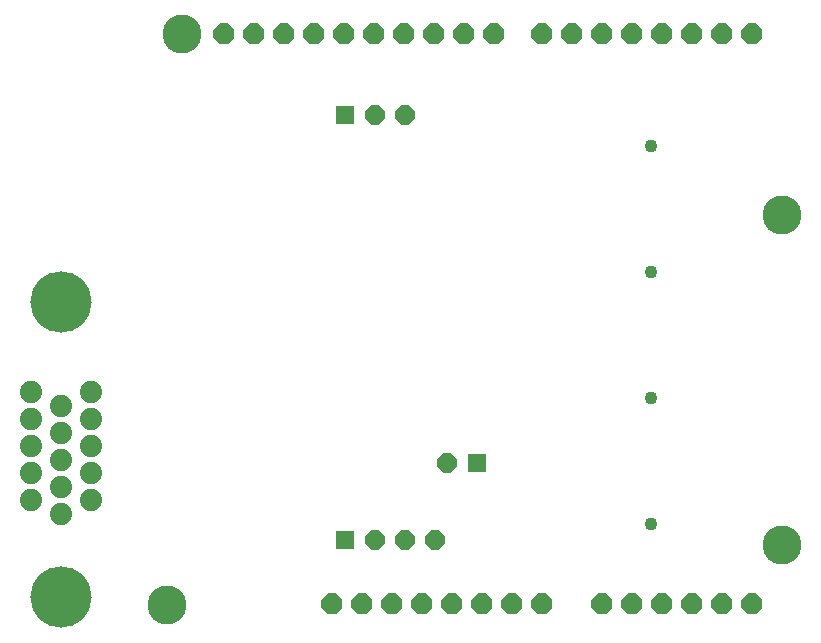
<source format=gbs>
G75*
%MOIN*%
%OFA0B0*%
%FSLAX24Y24*%
%IPPOS*%
%LPD*%
%AMOC8*
5,1,8,0,0,1.08239X$1,22.5*
%
%ADD10R,0.0640X0.0640*%
%ADD11OC8,0.0640*%
%ADD12OC8,0.0700*%
%ADD13C,0.1300*%
%ADD14C,0.0743*%
%ADD15C,0.2040*%
%ADD16C,0.0434*%
D10*
X016578Y003650D03*
X020980Y006209D03*
X016566Y017823D03*
D11*
X017566Y017823D03*
X018566Y017823D03*
X019980Y006209D03*
X019578Y003650D03*
X018578Y003650D03*
X017578Y003650D03*
D12*
X017125Y001500D03*
X016125Y001500D03*
X018125Y001500D03*
X019125Y001500D03*
X020125Y001500D03*
X021125Y001500D03*
X022125Y001500D03*
X023125Y001500D03*
X025125Y001500D03*
X026125Y001500D03*
X027125Y001500D03*
X028125Y001500D03*
X029125Y001500D03*
X030125Y001500D03*
X030125Y020500D03*
X029125Y020500D03*
X028125Y020500D03*
X027125Y020500D03*
X026125Y020500D03*
X025125Y020500D03*
X024125Y020500D03*
X023125Y020500D03*
X021525Y020500D03*
X020525Y020500D03*
X019525Y020500D03*
X018525Y020500D03*
X017525Y020500D03*
X016525Y020500D03*
X015525Y020500D03*
X014525Y020500D03*
X013525Y020500D03*
X012525Y020500D03*
D13*
X011149Y020500D03*
X031149Y014476D03*
X031149Y003492D03*
X010637Y001484D03*
D14*
X007096Y004512D03*
X006096Y004961D03*
X007096Y005414D03*
X006096Y005863D03*
X007096Y006315D03*
X006096Y006764D03*
X007096Y007217D03*
X006096Y007666D03*
X007096Y008118D03*
X006096Y008567D03*
X008096Y008567D03*
X008096Y007666D03*
X008096Y006764D03*
X008096Y005863D03*
X008096Y004961D03*
D15*
X007096Y001740D03*
X007096Y011583D03*
D16*
X026779Y012572D03*
X026779Y012573D03*
X026779Y008372D03*
X026779Y008372D03*
X026779Y004172D03*
X026779Y016773D03*
M02*

</source>
